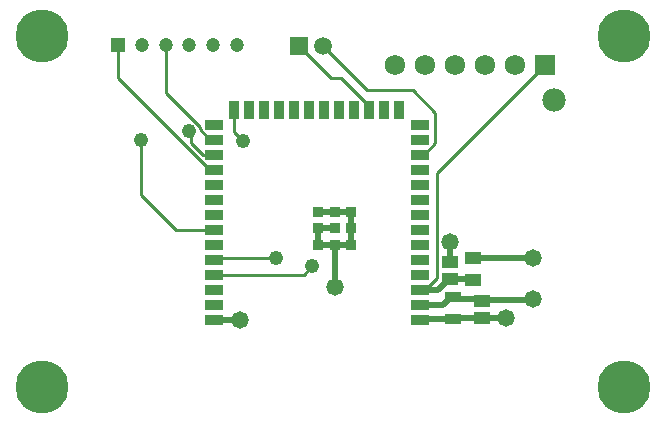
<source format=gtl>
G04*
G04 #@! TF.GenerationSoftware,Altium Limited,Altium Designer,23.4.1 (23)*
G04*
G04 Layer_Physical_Order=1*
G04 Layer_Color=255*
%FSLAX44Y44*%
%MOMM*%
G71*
G04*
G04 #@! TF.SameCoordinates,A0B98803-91D0-4B0B-9526-B44C3162FC5B*
G04*
G04*
G04 #@! TF.FilePolarity,Positive*
G04*
G01*
G75*
%ADD13R,0.9000X0.9000*%
%ADD14R,1.5000X0.9000*%
%ADD15R,0.9000X1.5000*%
%ADD16R,1.3500X1.1000*%
%ADD17R,1.4000X1.0000*%
%ADD18R,1.4000X0.9500*%
%ADD19R,1.3562X1.0546*%
%ADD31C,1.2000*%
%ADD32R,1.2000X1.2000*%
%ADD35C,0.2540*%
%ADD36C,0.5080*%
%ADD37C,1.9800*%
%ADD38C,4.5000*%
%ADD39C,1.7250*%
%ADD40R,1.7250X1.7250*%
%ADD41R,1.5000X1.5000*%
%ADD42C,1.5000*%
%ADD43C,1.2192*%
%ADD44C,1.4732*%
D13*
X1005570Y613310D02*
D03*
Y627310D02*
D03*
Y641310D02*
D03*
X1019570D02*
D03*
X1033570D02*
D03*
Y627310D02*
D03*
Y613310D02*
D03*
X1019570D02*
D03*
Y627310D02*
D03*
D14*
X917070Y550110D02*
D03*
Y562810D02*
D03*
Y575510D02*
D03*
Y588210D02*
D03*
Y600910D02*
D03*
Y613610D02*
D03*
Y626310D02*
D03*
Y639010D02*
D03*
Y651710D02*
D03*
Y664410D02*
D03*
Y677110D02*
D03*
Y689810D02*
D03*
Y702510D02*
D03*
Y715210D02*
D03*
X1092070D02*
D03*
Y702510D02*
D03*
Y689810D02*
D03*
Y677110D02*
D03*
Y664410D02*
D03*
Y651710D02*
D03*
Y639010D02*
D03*
Y626310D02*
D03*
Y613610D02*
D03*
Y600910D02*
D03*
Y588210D02*
D03*
Y575510D02*
D03*
Y562810D02*
D03*
Y550110D02*
D03*
D15*
X934720Y727710D02*
D03*
X947420D02*
D03*
X960120D02*
D03*
X972820D02*
D03*
X985520D02*
D03*
X998220D02*
D03*
X1010920D02*
D03*
X1023620D02*
D03*
X1036320D02*
D03*
X1049020D02*
D03*
X1061720D02*
D03*
X1074420D02*
D03*
D16*
X1117600Y584820D02*
D03*
Y598820D02*
D03*
D17*
X1136650Y602590D02*
D03*
Y583590D02*
D03*
D18*
X1120140Y550820D02*
D03*
Y569320D02*
D03*
D19*
X1144270Y551542D02*
D03*
Y566058D02*
D03*
D31*
X936460Y782470D02*
D03*
X916460D02*
D03*
X896460D02*
D03*
X876460D02*
D03*
X856460D02*
D03*
D32*
X836460D02*
D03*
D35*
X1046740Y744220D02*
X1085850D01*
X1104900Y699640D02*
Y725170D01*
X1085850Y744220D02*
X1104900Y725170D01*
X1009490Y781470D02*
X1046740Y744220D01*
X1095070Y689810D02*
X1104900Y699640D01*
X1092070Y575510D02*
X1096210D01*
X1106170Y585470D02*
Y674480D01*
X1096210Y575510D02*
Y576650D01*
X1098300Y578740D02*
X1099440D01*
X1096210Y576650D02*
X1098300Y578740D01*
X1099440D02*
X1106170Y585470D01*
Y674480D02*
X1197610Y765920D01*
X917070Y588210D02*
X993340D01*
X1000760Y595630D01*
X1000760D01*
X918140Y601980D02*
X970280D01*
X917070Y600910D02*
X918140Y601980D01*
X896620Y709930D02*
X897636Y708914D01*
X876460Y742303D02*
Y782470D01*
X905256Y711324D02*
X914070Y702510D01*
X897636Y700024D02*
Y708914D01*
X905256Y711324D02*
Y713507D01*
X897636Y700024D02*
X907850Y689810D01*
X876460Y742303D02*
X905256Y713507D01*
X836460Y754720D02*
X914070Y677110D01*
X836460Y754720D02*
Y782470D01*
X855980Y655320D02*
Y702310D01*
Y655320D02*
X884990Y626310D01*
X907850Y689810D02*
X917070D01*
X884990Y626310D02*
X917070D01*
X914070Y702510D02*
X917070D01*
X914070Y677110D02*
X917070D01*
X934720Y708660D02*
X942340Y701040D01*
X934720Y708660D02*
Y727710D01*
X1049020D02*
Y730710D01*
X1025140Y754590D02*
X1049020Y730710D01*
X1016370Y754590D02*
X1025140D01*
X989490Y781470D02*
X1016370Y754590D01*
X1092070Y689810D02*
X1095070D01*
D36*
X1122390Y569320D02*
X1124020Y567690D01*
X1142638D02*
X1144270Y566058D01*
X1120140Y569320D02*
X1121770Y567690D01*
X1142638D01*
X1145086Y566874D02*
X1186634D01*
X1187450Y567690D01*
X1136650Y602590D02*
X1136955Y602285D01*
X1187145D01*
X1187450Y601980D01*
X1144270Y566058D02*
X1145086Y566874D01*
X1117600Y598820D02*
Y615950D01*
X1095070Y575510D02*
X1107190D01*
X1116350Y584820D02*
X1117600D01*
X1110166Y578636D02*
X1116350Y584820D01*
X1110166Y578486D02*
Y578636D01*
X1107190Y575510D02*
X1110166Y578486D01*
X1136035Y584205D02*
X1136650Y583590D01*
X1118215Y584205D02*
X1136035D01*
X1117600Y584820D02*
X1118215Y584205D01*
X1117890Y569320D02*
X1120140D01*
X1111380Y562810D02*
X1117890Y569320D01*
X1092070Y562810D02*
X1111380D01*
X917070Y550110D02*
X917170Y550010D01*
X939700D01*
X939800Y549910D01*
X1005570Y627310D02*
X1019570D01*
X1005570Y613310D02*
Y627310D01*
Y613310D02*
X1019570D01*
X1033570D01*
X1019570Y599790D02*
Y613310D01*
Y599790D02*
X1019810Y599550D01*
X1019570Y641310D02*
X1033570D01*
X1005570D02*
X1019570D01*
X1033570Y627310D02*
Y641310D01*
Y613310D02*
Y627310D01*
X1019810Y577850D02*
Y599550D01*
X1119785Y550465D02*
X1120140Y550820D01*
X1092425Y550465D02*
X1119785D01*
X1092070Y550110D02*
X1092425Y550465D01*
X1143909Y551181D02*
X1144270Y551542D01*
X1120501Y551181D02*
X1143909D01*
X1120140Y550820D02*
X1120501Y551181D01*
X1144270Y551542D02*
X1144451Y551361D01*
X1164409D01*
X1164590Y551180D01*
D37*
X1205150Y736320D02*
D03*
D38*
X1264920Y492760D02*
D03*
X772160Y789940D02*
D03*
Y492760D02*
D03*
X1264920Y789940D02*
D03*
D39*
X1070610Y765920D02*
D03*
X1096010D02*
D03*
X1121410D02*
D03*
X1146810D02*
D03*
X1172210D02*
D03*
D40*
X1197610D02*
D03*
D41*
X989490Y781470D02*
D03*
D42*
X1009490D02*
D03*
D43*
X1000760Y595630D02*
D03*
X970280Y601980D02*
D03*
X896620Y709930D02*
D03*
X855980Y702310D02*
D03*
X942340Y701040D02*
D03*
D44*
X1187450Y567690D02*
D03*
Y601980D02*
D03*
X1117600Y615950D02*
D03*
X939800Y549910D02*
D03*
X1019810Y577850D02*
D03*
X1164590Y551180D02*
D03*
M02*

</source>
